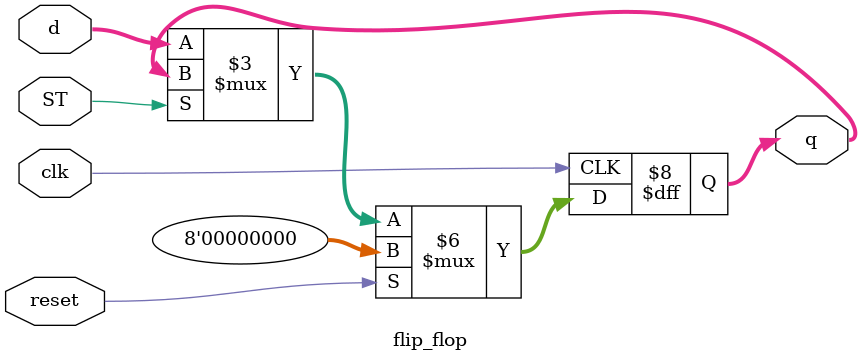
<source format=sv>
module flip_flop #(parameter WIDTH = 8) (
  input                    clk  ,
  input                    reset,
  input                    ST   ,
  input        [WIDTH-1:0] d    ,
  output logic [WIDTH-1:0] q
);

always_ff @(posedge clk) begin
  if(reset) begin
    q <= 0;
  end 
  else if(!ST) begin
    q <= d;
  end
end

endmodule

</source>
